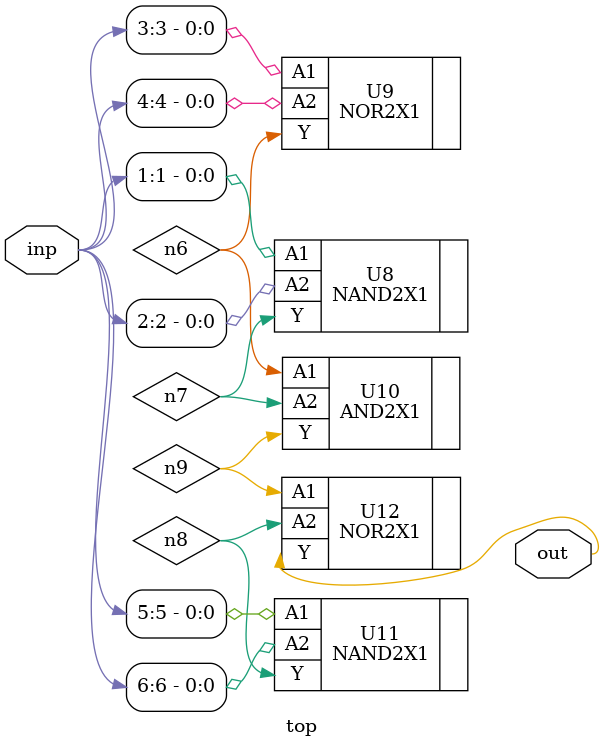
<source format=sv>


module top ( inp, out );
  input [6:0] inp;
  output out;
  wire   n6, n7, n8, n9;

  NAND2X1 U8 ( .A1(inp[1]), .A2(inp[2]), .Y(n7) );
  NOR2X1 U9 ( .A1(inp[3]), .A2(inp[4]), .Y(n6) );
  AND2X1 U10 ( .A1(n6), .A2(n7), .Y(n9) );
  NAND2X1 U11 ( .A1(inp[5]), .A2(inp[6]), .Y(n8) );
  NOR2X1 U12 ( .A1(n9), .A2(n8), .Y(out) );
endmodule


</source>
